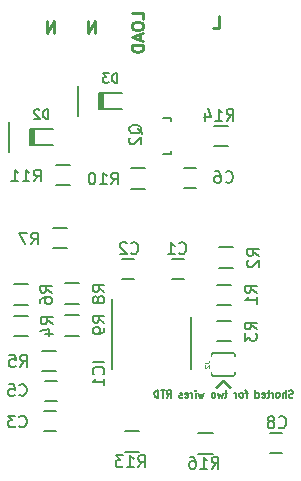
<source format=gbo>
G04 #@! TF.FileFunction,Legend,Bot*
%FSLAX46Y46*%
G04 Gerber Fmt 4.6, Leading zero omitted, Abs format (unit mm)*
G04 Created by KiCad (PCBNEW 4.0.2+e4-6225~38~ubuntu16.04.1-stable) date Tue 21 Jun 2016 12:08:32 PM HKT*
%MOMM*%
G01*
G04 APERTURE LIST*
%ADD10C,0.100000*%
%ADD11C,0.250000*%
%ADD12C,0.150000*%
%ADD13C,0.203200*%
%ADD14C,0.032512*%
G04 APERTURE END LIST*
D10*
D11*
X21280476Y38981119D02*
X21756667Y38981119D01*
X21756667Y39981119D01*
X11271214Y38536619D02*
X11271214Y39536619D01*
X10699785Y38536619D01*
X10699785Y39536619D01*
X7778714Y38536619D02*
X7778714Y39536619D01*
X7207285Y38536619D01*
X7207285Y39536619D01*
X15374881Y39750857D02*
X15374881Y40227048D01*
X14374881Y40227048D01*
X14374881Y39227048D02*
X14374881Y39036571D01*
X14422500Y38941333D01*
X14517738Y38846095D01*
X14708214Y38798476D01*
X15041548Y38798476D01*
X15232024Y38846095D01*
X15327262Y38941333D01*
X15374881Y39036571D01*
X15374881Y39227048D01*
X15327262Y39322286D01*
X15232024Y39417524D01*
X15041548Y39465143D01*
X14708214Y39465143D01*
X14517738Y39417524D01*
X14422500Y39322286D01*
X14374881Y39227048D01*
X15089167Y38417524D02*
X15089167Y37941333D01*
X15374881Y38512762D02*
X14374881Y38179429D01*
X15374881Y37846095D01*
X15374881Y37512762D02*
X14374881Y37512762D01*
X14374881Y37274667D01*
X14422500Y37131809D01*
X14517738Y37036571D01*
X14612976Y36988952D01*
X14803452Y36941333D01*
X14946310Y36941333D01*
X15136786Y36988952D01*
X15232024Y37036571D01*
X15327262Y37131809D01*
X15374881Y37274667D01*
X15374881Y37512762D01*
X22669429Y8596143D02*
X22098000Y9024714D01*
X21526572Y8596143D01*
D12*
X28032928Y7694643D02*
X27947214Y7666071D01*
X27804357Y7666071D01*
X27747214Y7694643D01*
X27718643Y7723214D01*
X27690071Y7780357D01*
X27690071Y7837500D01*
X27718643Y7894643D01*
X27747214Y7923214D01*
X27804357Y7951786D01*
X27918643Y7980357D01*
X27975785Y8008929D01*
X28004357Y8037500D01*
X28032928Y8094643D01*
X28032928Y8151786D01*
X28004357Y8208929D01*
X27975785Y8237500D01*
X27918643Y8266071D01*
X27775785Y8266071D01*
X27690071Y8237500D01*
X27432928Y7666071D02*
X27432928Y8266071D01*
X27175785Y7666071D02*
X27175785Y7980357D01*
X27204356Y8037500D01*
X27261499Y8066071D01*
X27347214Y8066071D01*
X27404356Y8037500D01*
X27432928Y8008929D01*
X26804357Y7666071D02*
X26861499Y7694643D01*
X26890071Y7723214D01*
X26918642Y7780357D01*
X26918642Y7951786D01*
X26890071Y8008929D01*
X26861499Y8037500D01*
X26804357Y8066071D01*
X26718642Y8066071D01*
X26661499Y8037500D01*
X26632928Y8008929D01*
X26604357Y7951786D01*
X26604357Y7780357D01*
X26632928Y7723214D01*
X26661499Y7694643D01*
X26718642Y7666071D01*
X26804357Y7666071D01*
X26347214Y7666071D02*
X26347214Y8066071D01*
X26347214Y7951786D02*
X26318642Y8008929D01*
X26290071Y8037500D01*
X26232928Y8066071D01*
X26175785Y8066071D01*
X26061499Y8066071D02*
X25832928Y8066071D01*
X25975785Y8266071D02*
X25975785Y7751786D01*
X25947213Y7694643D01*
X25890071Y7666071D01*
X25832928Y7666071D01*
X25404356Y7694643D02*
X25461499Y7666071D01*
X25575785Y7666071D01*
X25632928Y7694643D01*
X25661499Y7751786D01*
X25661499Y7980357D01*
X25632928Y8037500D01*
X25575785Y8066071D01*
X25461499Y8066071D01*
X25404356Y8037500D01*
X25375785Y7980357D01*
X25375785Y7923214D01*
X25661499Y7866071D01*
X24861499Y7666071D02*
X24861499Y8266071D01*
X24861499Y7694643D02*
X24918642Y7666071D01*
X25032928Y7666071D01*
X25090070Y7694643D01*
X25118642Y7723214D01*
X25147213Y7780357D01*
X25147213Y7951786D01*
X25118642Y8008929D01*
X25090070Y8037500D01*
X25032928Y8066071D01*
X24918642Y8066071D01*
X24861499Y8037500D01*
X24204356Y8066071D02*
X23975785Y8066071D01*
X24118642Y7666071D02*
X24118642Y8180357D01*
X24090070Y8237500D01*
X24032928Y8266071D01*
X23975785Y8266071D01*
X23690071Y7666071D02*
X23747213Y7694643D01*
X23775785Y7723214D01*
X23804356Y7780357D01*
X23804356Y7951786D01*
X23775785Y8008929D01*
X23747213Y8037500D01*
X23690071Y8066071D01*
X23604356Y8066071D01*
X23547213Y8037500D01*
X23518642Y8008929D01*
X23490071Y7951786D01*
X23490071Y7780357D01*
X23518642Y7723214D01*
X23547213Y7694643D01*
X23604356Y7666071D01*
X23690071Y7666071D01*
X23232928Y7666071D02*
X23232928Y8066071D01*
X23232928Y7951786D02*
X23204356Y8008929D01*
X23175785Y8037500D01*
X23118642Y8066071D01*
X23061499Y8066071D01*
X22490070Y8066071D02*
X22261499Y8066071D01*
X22404356Y8266071D02*
X22404356Y7751786D01*
X22375784Y7694643D01*
X22318642Y7666071D01*
X22261499Y7666071D01*
X22118642Y8066071D02*
X22004356Y7666071D01*
X21890070Y7951786D01*
X21775785Y7666071D01*
X21661499Y8066071D01*
X21347214Y7666071D02*
X21404356Y7694643D01*
X21432928Y7723214D01*
X21461499Y7780357D01*
X21461499Y7951786D01*
X21432928Y8008929D01*
X21404356Y8037500D01*
X21347214Y8066071D01*
X21261499Y8066071D01*
X21204356Y8037500D01*
X21175785Y8008929D01*
X21147214Y7951786D01*
X21147214Y7780357D01*
X21175785Y7723214D01*
X21204356Y7694643D01*
X21261499Y7666071D01*
X21347214Y7666071D01*
X20490071Y8066071D02*
X20375785Y7666071D01*
X20261499Y7951786D01*
X20147214Y7666071D01*
X20032928Y8066071D01*
X19804357Y7666071D02*
X19804357Y8066071D01*
X19804357Y8266071D02*
X19832928Y8237500D01*
X19804357Y8208929D01*
X19775785Y8237500D01*
X19804357Y8266071D01*
X19804357Y8208929D01*
X19518643Y7666071D02*
X19518643Y8066071D01*
X19518643Y7951786D02*
X19490071Y8008929D01*
X19461500Y8037500D01*
X19404357Y8066071D01*
X19347214Y8066071D01*
X18918642Y7694643D02*
X18975785Y7666071D01*
X19090071Y7666071D01*
X19147214Y7694643D01*
X19175785Y7751786D01*
X19175785Y7980357D01*
X19147214Y8037500D01*
X19090071Y8066071D01*
X18975785Y8066071D01*
X18918642Y8037500D01*
X18890071Y7980357D01*
X18890071Y7923214D01*
X19175785Y7866071D01*
X18661499Y7694643D02*
X18604356Y7666071D01*
X18490071Y7666071D01*
X18432928Y7694643D01*
X18404356Y7751786D01*
X18404356Y7780357D01*
X18432928Y7837500D01*
X18490071Y7866071D01*
X18575785Y7866071D01*
X18632928Y7894643D01*
X18661499Y7951786D01*
X18661499Y7980357D01*
X18632928Y8037500D01*
X18575785Y8066071D01*
X18490071Y8066071D01*
X18432928Y8037500D01*
X17347214Y7666071D02*
X17547214Y7951786D01*
X17690071Y7666071D02*
X17690071Y8266071D01*
X17461499Y8266071D01*
X17404357Y8237500D01*
X17375785Y8208929D01*
X17347214Y8151786D01*
X17347214Y8066071D01*
X17375785Y8008929D01*
X17404357Y7980357D01*
X17461499Y7951786D01*
X17690071Y7951786D01*
X17175785Y8266071D02*
X16832928Y8266071D01*
X17004357Y7666071D02*
X17004357Y8266071D01*
X16632928Y7666071D02*
X16632928Y8266071D01*
X16490071Y8266071D01*
X16404356Y8237500D01*
X16347214Y8180357D01*
X16318642Y8123214D01*
X16290071Y8008929D01*
X16290071Y7923214D01*
X16318642Y7808929D01*
X16347214Y7751786D01*
X16404356Y7694643D01*
X16490071Y7666071D01*
X16632928Y7666071D01*
X17788000Y19392000D02*
X18788000Y19392000D01*
X18788000Y17692000D02*
X17788000Y17692000D01*
X13597000Y19392000D02*
X14597000Y19392000D01*
X14597000Y17692000D02*
X13597000Y17692000D01*
X8018000Y7405000D02*
X7018000Y7405000D01*
X7018000Y9105000D02*
X8018000Y9105000D01*
X6993000Y6539600D02*
X7993000Y6539600D01*
X7993000Y4839600D02*
X6993000Y4839600D01*
X19829000Y25413600D02*
X18829000Y25413600D01*
X18829000Y27113600D02*
X19829000Y27113600D01*
X27119000Y2935000D02*
X26119000Y2935000D01*
X26119000Y4635000D02*
X27119000Y4635000D01*
X3981000Y30968000D02*
X3981000Y28468000D01*
X5731000Y30368000D02*
X5731000Y29068000D01*
X6131000Y29068000D02*
X6131000Y30368000D01*
X5931000Y30368000D02*
X5931000Y29068000D01*
X7731000Y30368000D02*
X5731000Y30368000D01*
X5731000Y29068000D02*
X7731000Y29068000D01*
X9823000Y34016000D02*
X9823000Y31516000D01*
X11573000Y33416000D02*
X11573000Y32116000D01*
X11973000Y32116000D02*
X11973000Y33416000D01*
X11773000Y33416000D02*
X11773000Y32116000D01*
X13573000Y33416000D02*
X11573000Y33416000D01*
X11573000Y32116000D02*
X13573000Y32116000D01*
X19428000Y14518600D02*
X19428000Y10068600D01*
X12678000Y16043600D02*
X12678000Y10068600D01*
D13*
X22923000Y11464800D02*
X21323000Y11464800D01*
X23123000Y9764800D02*
G75*
G02X22923000Y9464800I-250000J-50000D01*
G01*
X21323000Y9464800D02*
G75*
G02X21123000Y9764800I50000J250000D01*
G01*
X21323000Y11464800D02*
G75*
G03X21123000Y11164800I50000J-250000D01*
G01*
X23123000Y11164800D02*
G75*
G03X22923000Y11464800I-250000J50000D01*
G01*
X21323000Y9464800D02*
X22923000Y9464800D01*
D12*
X17744240Y31093360D02*
X17744240Y31045100D01*
X17043200Y28294380D02*
X17744240Y28294380D01*
X17744240Y28294380D02*
X17744240Y28543300D01*
X17744240Y31093360D02*
X17744240Y31294020D01*
X17744240Y31294020D02*
X17043200Y31294020D01*
X22800000Y17207200D02*
X21600000Y17207200D01*
X21600000Y15457200D02*
X22800000Y15457200D01*
X22952000Y20407600D02*
X21752000Y20407600D01*
X21752000Y18657600D02*
X22952000Y18657600D01*
X22800000Y14159200D02*
X21600000Y14159200D01*
X21600000Y12409200D02*
X22800000Y12409200D01*
X4416000Y12841000D02*
X5616000Y12841000D01*
X5616000Y14591000D02*
X4416000Y14591000D01*
X6791000Y9869200D02*
X7991000Y9869200D01*
X7991000Y11619200D02*
X6791000Y11619200D01*
X4416000Y15508000D02*
X5616000Y15508000D01*
X5616000Y17258000D02*
X4416000Y17258000D01*
X8906000Y22033200D02*
X7706000Y22033200D01*
X7706000Y20283200D02*
X8906000Y20283200D01*
X8734000Y15571500D02*
X9934000Y15571500D01*
X9934000Y17321500D02*
X8734000Y17321500D01*
X9934000Y14654500D02*
X8734000Y14654500D01*
X8734000Y12904500D02*
X9934000Y12904500D01*
X14284000Y25337800D02*
X15484000Y25337800D01*
X15484000Y27087800D02*
X14284000Y27087800D01*
X9134000Y27392600D02*
X7934000Y27392600D01*
X7934000Y25642600D02*
X9134000Y25642600D01*
X13776000Y3062000D02*
X14976000Y3062000D01*
X14976000Y4812000D02*
X13776000Y4812000D01*
X22520000Y30669200D02*
X21320000Y30669200D01*
X21320000Y28919200D02*
X22520000Y28919200D01*
X21225000Y4660000D02*
X20025000Y4660000D01*
X20025000Y2910000D02*
X21225000Y2910000D01*
X18391166Y19899357D02*
X18438785Y19851738D01*
X18581642Y19804119D01*
X18676880Y19804119D01*
X18819738Y19851738D01*
X18914976Y19946976D01*
X18962595Y20042214D01*
X19010214Y20232690D01*
X19010214Y20375548D01*
X18962595Y20566024D01*
X18914976Y20661262D01*
X18819738Y20756500D01*
X18676880Y20804119D01*
X18581642Y20804119D01*
X18438785Y20756500D01*
X18391166Y20708881D01*
X17438785Y19804119D02*
X18010214Y19804119D01*
X17724500Y19804119D02*
X17724500Y20804119D01*
X17819738Y20661262D01*
X17914976Y20566024D01*
X18010214Y20518405D01*
X14327166Y19899357D02*
X14374785Y19851738D01*
X14517642Y19804119D01*
X14612880Y19804119D01*
X14755738Y19851738D01*
X14850976Y19946976D01*
X14898595Y20042214D01*
X14946214Y20232690D01*
X14946214Y20375548D01*
X14898595Y20566024D01*
X14850976Y20661262D01*
X14755738Y20756500D01*
X14612880Y20804119D01*
X14517642Y20804119D01*
X14374785Y20756500D01*
X14327166Y20708881D01*
X13946214Y20708881D02*
X13898595Y20756500D01*
X13803357Y20804119D01*
X13565261Y20804119D01*
X13470023Y20756500D01*
X13422404Y20708881D01*
X13374785Y20613643D01*
X13374785Y20518405D01*
X13422404Y20375548D01*
X13993833Y19804119D01*
X13374785Y19804119D01*
X4865666Y5230857D02*
X4913285Y5183238D01*
X5056142Y5135619D01*
X5151380Y5135619D01*
X5294238Y5183238D01*
X5389476Y5278476D01*
X5437095Y5373714D01*
X5484714Y5564190D01*
X5484714Y5707048D01*
X5437095Y5897524D01*
X5389476Y5992762D01*
X5294238Y6088000D01*
X5151380Y6135619D01*
X5056142Y6135619D01*
X4913285Y6088000D01*
X4865666Y6040381D01*
X4532333Y6135619D02*
X3913285Y6135619D01*
X4246619Y5754667D01*
X4103761Y5754667D01*
X4008523Y5707048D01*
X3960904Y5659429D01*
X3913285Y5564190D01*
X3913285Y5326095D01*
X3960904Y5230857D01*
X4008523Y5183238D01*
X4103761Y5135619D01*
X4389476Y5135619D01*
X4484714Y5183238D01*
X4532333Y5230857D01*
X4865666Y7897857D02*
X4913285Y7850238D01*
X5056142Y7802619D01*
X5151380Y7802619D01*
X5294238Y7850238D01*
X5389476Y7945476D01*
X5437095Y8040714D01*
X5484714Y8231190D01*
X5484714Y8374048D01*
X5437095Y8564524D01*
X5389476Y8659762D01*
X5294238Y8755000D01*
X5151380Y8802619D01*
X5056142Y8802619D01*
X4913285Y8755000D01*
X4865666Y8707381D01*
X3960904Y8802619D02*
X4437095Y8802619D01*
X4484714Y8326429D01*
X4437095Y8374048D01*
X4341857Y8421667D01*
X4103761Y8421667D01*
X4008523Y8374048D01*
X3960904Y8326429D01*
X3913285Y8231190D01*
X3913285Y7993095D01*
X3960904Y7897857D01*
X4008523Y7850238D01*
X4103761Y7802619D01*
X4341857Y7802619D01*
X4437095Y7850238D01*
X4484714Y7897857D01*
X22328166Y25931857D02*
X22375785Y25884238D01*
X22518642Y25836619D01*
X22613880Y25836619D01*
X22756738Y25884238D01*
X22851976Y25979476D01*
X22899595Y26074714D01*
X22947214Y26265190D01*
X22947214Y26408048D01*
X22899595Y26598524D01*
X22851976Y26693762D01*
X22756738Y26789000D01*
X22613880Y26836619D01*
X22518642Y26836619D01*
X22375785Y26789000D01*
X22328166Y26741381D01*
X21471023Y26836619D02*
X21661500Y26836619D01*
X21756738Y26789000D01*
X21804357Y26741381D01*
X21899595Y26598524D01*
X21947214Y26408048D01*
X21947214Y26027095D01*
X21899595Y25931857D01*
X21851976Y25884238D01*
X21756738Y25836619D01*
X21566261Y25836619D01*
X21471023Y25884238D01*
X21423404Y25931857D01*
X21375785Y26027095D01*
X21375785Y26265190D01*
X21423404Y26360429D01*
X21471023Y26408048D01*
X21566261Y26455667D01*
X21756738Y26455667D01*
X21851976Y26408048D01*
X21899595Y26360429D01*
X21947214Y26265190D01*
X26836666Y5167357D02*
X26884285Y5119738D01*
X27027142Y5072119D01*
X27122380Y5072119D01*
X27265238Y5119738D01*
X27360476Y5214976D01*
X27408095Y5310214D01*
X27455714Y5500690D01*
X27455714Y5643548D01*
X27408095Y5834024D01*
X27360476Y5929262D01*
X27265238Y6024500D01*
X27122380Y6072119D01*
X27027142Y6072119D01*
X26884285Y6024500D01*
X26836666Y5976881D01*
X26265238Y5643548D02*
X26360476Y5691167D01*
X26408095Y5738786D01*
X26455714Y5834024D01*
X26455714Y5881643D01*
X26408095Y5976881D01*
X26360476Y6024500D01*
X26265238Y6072119D01*
X26074761Y6072119D01*
X25979523Y6024500D01*
X25931904Y5976881D01*
X25884285Y5881643D01*
X25884285Y5834024D01*
X25931904Y5738786D01*
X25979523Y5691167D01*
X26074761Y5643548D01*
X26265238Y5643548D01*
X26360476Y5595929D01*
X26408095Y5548310D01*
X26455714Y5453071D01*
X26455714Y5262595D01*
X26408095Y5167357D01*
X26360476Y5119738D01*
X26265238Y5072119D01*
X26074761Y5072119D01*
X25979523Y5119738D01*
X25931904Y5167357D01*
X25884285Y5262595D01*
X25884285Y5453071D01*
X25931904Y5548310D01*
X25979523Y5595929D01*
X26074761Y5643548D01*
X7321476Y31261095D02*
X7321476Y32061095D01*
X7131000Y32061095D01*
X7016714Y32023000D01*
X6940523Y31946810D01*
X6902428Y31870619D01*
X6864333Y31718238D01*
X6864333Y31603952D01*
X6902428Y31451571D01*
X6940523Y31375381D01*
X7016714Y31299190D01*
X7131000Y31261095D01*
X7321476Y31261095D01*
X6559571Y31984905D02*
X6521476Y32023000D01*
X6445285Y32061095D01*
X6254809Y32061095D01*
X6178619Y32023000D01*
X6140523Y31984905D01*
X6102428Y31908714D01*
X6102428Y31832524D01*
X6140523Y31718238D01*
X6597666Y31261095D01*
X6102428Y31261095D01*
X13163476Y34309095D02*
X13163476Y35109095D01*
X12973000Y35109095D01*
X12858714Y35071000D01*
X12782523Y34994810D01*
X12744428Y34918619D01*
X12706333Y34766238D01*
X12706333Y34651952D01*
X12744428Y34499571D01*
X12782523Y34423381D01*
X12858714Y34347190D01*
X12973000Y34309095D01*
X13163476Y34309095D01*
X12439666Y35109095D02*
X11944428Y35109095D01*
X12211095Y34804333D01*
X12096809Y34804333D01*
X12020619Y34766238D01*
X11982523Y34728143D01*
X11944428Y34651952D01*
X11944428Y34461476D01*
X11982523Y34385286D01*
X12020619Y34347190D01*
X12096809Y34309095D01*
X12325381Y34309095D01*
X12401571Y34347190D01*
X12439666Y34385286D01*
X12072881Y10691690D02*
X11072881Y10691690D01*
X11977643Y9644071D02*
X12025262Y9691690D01*
X12072881Y9834547D01*
X12072881Y9929785D01*
X12025262Y10072643D01*
X11930024Y10167881D01*
X11834786Y10215500D01*
X11644310Y10263119D01*
X11501452Y10263119D01*
X11310976Y10215500D01*
X11215738Y10167881D01*
X11120500Y10072643D01*
X11072881Y9929785D01*
X11072881Y9834547D01*
X11120500Y9691690D01*
X11168119Y9644071D01*
X12072881Y8691690D02*
X12072881Y9263119D01*
X12072881Y8977405D02*
X11072881Y8977405D01*
X11215738Y9072643D01*
X11310976Y9167881D01*
X11358595Y9263119D01*
D14*
X20550535Y10592768D02*
X20826307Y10592768D01*
X20881461Y10611152D01*
X20918230Y10647922D01*
X20936615Y10703076D01*
X20936615Y10739846D01*
X20587305Y10427305D02*
X20568920Y10408920D01*
X20550535Y10372151D01*
X20550535Y10280227D01*
X20568920Y10243457D01*
X20587305Y10225073D01*
X20624074Y10206688D01*
X20660844Y10206688D01*
X20715998Y10225073D01*
X20936615Y10445690D01*
X20936615Y10206688D01*
D12*
X15279619Y30003738D02*
X15232000Y30098976D01*
X15136762Y30194214D01*
X14993905Y30337071D01*
X14946286Y30432310D01*
X14946286Y30527548D01*
X15184381Y30479929D02*
X15136762Y30575167D01*
X15041524Y30670405D01*
X14851048Y30718024D01*
X14517714Y30718024D01*
X14327238Y30670405D01*
X14232000Y30575167D01*
X14184381Y30479929D01*
X14184381Y30289452D01*
X14232000Y30194214D01*
X14327238Y30098976D01*
X14517714Y30051357D01*
X14851048Y30051357D01*
X15041524Y30098976D01*
X15136762Y30194214D01*
X15184381Y30289452D01*
X15184381Y30479929D01*
X14279619Y29670405D02*
X14232000Y29622786D01*
X14184381Y29527548D01*
X14184381Y29289452D01*
X14232000Y29194214D01*
X14279619Y29146595D01*
X14374857Y29098976D01*
X14470095Y29098976D01*
X14612952Y29146595D01*
X15184381Y29718024D01*
X15184381Y29098976D01*
X24963381Y16549666D02*
X24487190Y16883000D01*
X24963381Y17121095D02*
X23963381Y17121095D01*
X23963381Y16740142D01*
X24011000Y16644904D01*
X24058619Y16597285D01*
X24153857Y16549666D01*
X24296714Y16549666D01*
X24391952Y16597285D01*
X24439571Y16644904D01*
X24487190Y16740142D01*
X24487190Y17121095D01*
X24963381Y15597285D02*
X24963381Y16168714D01*
X24963381Y15883000D02*
X23963381Y15883000D01*
X24106238Y15978238D01*
X24201476Y16073476D01*
X24249095Y16168714D01*
X25153881Y19661166D02*
X24677690Y19994500D01*
X25153881Y20232595D02*
X24153881Y20232595D01*
X24153881Y19851642D01*
X24201500Y19756404D01*
X24249119Y19708785D01*
X24344357Y19661166D01*
X24487214Y19661166D01*
X24582452Y19708785D01*
X24630071Y19756404D01*
X24677690Y19851642D01*
X24677690Y20232595D01*
X24249119Y19280214D02*
X24201500Y19232595D01*
X24153881Y19137357D01*
X24153881Y18899261D01*
X24201500Y18804023D01*
X24249119Y18756404D01*
X24344357Y18708785D01*
X24439595Y18708785D01*
X24582452Y18756404D01*
X25153881Y19327833D01*
X25153881Y18708785D01*
X24963381Y13438166D02*
X24487190Y13771500D01*
X24963381Y14009595D02*
X23963381Y14009595D01*
X23963381Y13628642D01*
X24011000Y13533404D01*
X24058619Y13485785D01*
X24153857Y13438166D01*
X24296714Y13438166D01*
X24391952Y13485785D01*
X24439571Y13533404D01*
X24487190Y13628642D01*
X24487190Y14009595D01*
X23963381Y13104833D02*
X23963381Y12485785D01*
X24344333Y12819119D01*
X24344333Y12676261D01*
X24391952Y12581023D01*
X24439571Y12533404D01*
X24534810Y12485785D01*
X24772905Y12485785D01*
X24868143Y12533404D01*
X24915762Y12581023D01*
X24963381Y12676261D01*
X24963381Y12961976D01*
X24915762Y13057214D01*
X24868143Y13104833D01*
X7691381Y13882666D02*
X7215190Y14216000D01*
X7691381Y14454095D02*
X6691381Y14454095D01*
X6691381Y14073142D01*
X6739000Y13977904D01*
X6786619Y13930285D01*
X6881857Y13882666D01*
X7024714Y13882666D01*
X7119952Y13930285D01*
X7167571Y13977904D01*
X7215190Y14073142D01*
X7215190Y14454095D01*
X7024714Y13025523D02*
X7691381Y13025523D01*
X6643762Y13263619D02*
X7358048Y13501714D01*
X7358048Y12882666D01*
X4929166Y10279119D02*
X5262500Y10755310D01*
X5500595Y10279119D02*
X5500595Y11279119D01*
X5119642Y11279119D01*
X5024404Y11231500D01*
X4976785Y11183881D01*
X4929166Y11088643D01*
X4929166Y10945786D01*
X4976785Y10850548D01*
X5024404Y10802929D01*
X5119642Y10755310D01*
X5500595Y10755310D01*
X4024404Y11279119D02*
X4500595Y11279119D01*
X4548214Y10802929D01*
X4500595Y10850548D01*
X4405357Y10898167D01*
X4167261Y10898167D01*
X4072023Y10850548D01*
X4024404Y10802929D01*
X3976785Y10707690D01*
X3976785Y10469595D01*
X4024404Y10374357D01*
X4072023Y10326738D01*
X4167261Y10279119D01*
X4405357Y10279119D01*
X4500595Y10326738D01*
X4548214Y10374357D01*
X7627881Y16549666D02*
X7151690Y16883000D01*
X7627881Y17121095D02*
X6627881Y17121095D01*
X6627881Y16740142D01*
X6675500Y16644904D01*
X6723119Y16597285D01*
X6818357Y16549666D01*
X6961214Y16549666D01*
X7056452Y16597285D01*
X7104071Y16644904D01*
X7151690Y16740142D01*
X7151690Y17121095D01*
X6627881Y15692523D02*
X6627881Y15883000D01*
X6675500Y15978238D01*
X6723119Y16025857D01*
X6865976Y16121095D01*
X7056452Y16168714D01*
X7437405Y16168714D01*
X7532643Y16121095D01*
X7580262Y16073476D01*
X7627881Y15978238D01*
X7627881Y15787761D01*
X7580262Y15692523D01*
X7532643Y15644904D01*
X7437405Y15597285D01*
X7199310Y15597285D01*
X7104071Y15644904D01*
X7056452Y15692523D01*
X7008833Y15787761D01*
X7008833Y15978238D01*
X7056452Y16073476D01*
X7104071Y16121095D01*
X7199310Y16168714D01*
X5881666Y20629619D02*
X6215000Y21105810D01*
X6453095Y20629619D02*
X6453095Y21629619D01*
X6072142Y21629619D01*
X5976904Y21582000D01*
X5929285Y21534381D01*
X5881666Y21439143D01*
X5881666Y21296286D01*
X5929285Y21201048D01*
X5976904Y21153429D01*
X6072142Y21105810D01*
X6453095Y21105810D01*
X5548333Y21629619D02*
X4881666Y21629619D01*
X5310238Y20629619D01*
X12072881Y16613166D02*
X11596690Y16946500D01*
X12072881Y17184595D02*
X11072881Y17184595D01*
X11072881Y16803642D01*
X11120500Y16708404D01*
X11168119Y16660785D01*
X11263357Y16613166D01*
X11406214Y16613166D01*
X11501452Y16660785D01*
X11549071Y16708404D01*
X11596690Y16803642D01*
X11596690Y17184595D01*
X11501452Y16041738D02*
X11453833Y16136976D01*
X11406214Y16184595D01*
X11310976Y16232214D01*
X11263357Y16232214D01*
X11168119Y16184595D01*
X11120500Y16136976D01*
X11072881Y16041738D01*
X11072881Y15851261D01*
X11120500Y15756023D01*
X11168119Y15708404D01*
X11263357Y15660785D01*
X11310976Y15660785D01*
X11406214Y15708404D01*
X11453833Y15756023D01*
X11501452Y15851261D01*
X11501452Y16041738D01*
X11549071Y16136976D01*
X11596690Y16184595D01*
X11691929Y16232214D01*
X11882405Y16232214D01*
X11977643Y16184595D01*
X12025262Y16136976D01*
X12072881Y16041738D01*
X12072881Y15851261D01*
X12025262Y15756023D01*
X11977643Y15708404D01*
X11882405Y15660785D01*
X11691929Y15660785D01*
X11596690Y15708404D01*
X11549071Y15756023D01*
X11501452Y15851261D01*
X12072881Y14009666D02*
X11596690Y14343000D01*
X12072881Y14581095D02*
X11072881Y14581095D01*
X11072881Y14200142D01*
X11120500Y14104904D01*
X11168119Y14057285D01*
X11263357Y14009666D01*
X11406214Y14009666D01*
X11501452Y14057285D01*
X11549071Y14104904D01*
X11596690Y14200142D01*
X11596690Y14581095D01*
X12072881Y13533476D02*
X12072881Y13343000D01*
X12025262Y13247761D01*
X11977643Y13200142D01*
X11834786Y13104904D01*
X11644310Y13057285D01*
X11263357Y13057285D01*
X11168119Y13104904D01*
X11120500Y13152523D01*
X11072881Y13247761D01*
X11072881Y13438238D01*
X11120500Y13533476D01*
X11168119Y13581095D01*
X11263357Y13628714D01*
X11501452Y13628714D01*
X11596690Y13581095D01*
X11644310Y13533476D01*
X11691929Y13438238D01*
X11691929Y13247761D01*
X11644310Y13152523D01*
X11596690Y13104904D01*
X11501452Y13057285D01*
X12644357Y25709619D02*
X12977691Y26185810D01*
X13215786Y25709619D02*
X13215786Y26709619D01*
X12834833Y26709619D01*
X12739595Y26662000D01*
X12691976Y26614381D01*
X12644357Y26519143D01*
X12644357Y26376286D01*
X12691976Y26281048D01*
X12739595Y26233429D01*
X12834833Y26185810D01*
X13215786Y26185810D01*
X11691976Y25709619D02*
X12263405Y25709619D01*
X11977691Y25709619D02*
X11977691Y26709619D01*
X12072929Y26566762D01*
X12168167Y26471524D01*
X12263405Y26423905D01*
X11072929Y26709619D02*
X10977690Y26709619D01*
X10882452Y26662000D01*
X10834833Y26614381D01*
X10787214Y26519143D01*
X10739595Y26328667D01*
X10739595Y26090571D01*
X10787214Y25900095D01*
X10834833Y25804857D01*
X10882452Y25757238D01*
X10977690Y25709619D01*
X11072929Y25709619D01*
X11168167Y25757238D01*
X11215786Y25804857D01*
X11263405Y25900095D01*
X11311024Y26090571D01*
X11311024Y26328667D01*
X11263405Y26519143D01*
X11215786Y26614381D01*
X11168167Y26662000D01*
X11072929Y26709619D01*
X6103857Y25963619D02*
X6437191Y26439810D01*
X6675286Y25963619D02*
X6675286Y26963619D01*
X6294333Y26963619D01*
X6199095Y26916000D01*
X6151476Y26868381D01*
X6103857Y26773143D01*
X6103857Y26630286D01*
X6151476Y26535048D01*
X6199095Y26487429D01*
X6294333Y26439810D01*
X6675286Y26439810D01*
X5151476Y25963619D02*
X5722905Y25963619D01*
X5437191Y25963619D02*
X5437191Y26963619D01*
X5532429Y26820762D01*
X5627667Y26725524D01*
X5722905Y26677905D01*
X4199095Y25963619D02*
X4770524Y25963619D01*
X4484810Y25963619D02*
X4484810Y26963619D01*
X4580048Y26820762D01*
X4675286Y26725524D01*
X4770524Y26677905D01*
X14930357Y1770119D02*
X15263691Y2246310D01*
X15501786Y1770119D02*
X15501786Y2770119D01*
X15120833Y2770119D01*
X15025595Y2722500D01*
X14977976Y2674881D01*
X14930357Y2579643D01*
X14930357Y2436786D01*
X14977976Y2341548D01*
X15025595Y2293929D01*
X15120833Y2246310D01*
X15501786Y2246310D01*
X13977976Y1770119D02*
X14549405Y1770119D01*
X14263691Y1770119D02*
X14263691Y2770119D01*
X14358929Y2627262D01*
X14454167Y2532024D01*
X14549405Y2484405D01*
X13644643Y2770119D02*
X13025595Y2770119D01*
X13358929Y2389167D01*
X13216071Y2389167D01*
X13120833Y2341548D01*
X13073214Y2293929D01*
X13025595Y2198690D01*
X13025595Y1960595D01*
X13073214Y1865357D01*
X13120833Y1817738D01*
X13216071Y1770119D01*
X13501786Y1770119D01*
X13597024Y1817738D01*
X13644643Y1865357D01*
X22423357Y31107119D02*
X22756691Y31583310D01*
X22994786Y31107119D02*
X22994786Y32107119D01*
X22613833Y32107119D01*
X22518595Y32059500D01*
X22470976Y32011881D01*
X22423357Y31916643D01*
X22423357Y31773786D01*
X22470976Y31678548D01*
X22518595Y31630929D01*
X22613833Y31583310D01*
X22994786Y31583310D01*
X21470976Y31107119D02*
X22042405Y31107119D01*
X21756691Y31107119D02*
X21756691Y32107119D01*
X21851929Y31964262D01*
X21947167Y31869024D01*
X22042405Y31821405D01*
X20613833Y31773786D02*
X20613833Y31107119D01*
X20851929Y32154738D02*
X21090024Y31440452D01*
X20470976Y31440452D01*
X21153357Y1643119D02*
X21486691Y2119310D01*
X21724786Y1643119D02*
X21724786Y2643119D01*
X21343833Y2643119D01*
X21248595Y2595500D01*
X21200976Y2547881D01*
X21153357Y2452643D01*
X21153357Y2309786D01*
X21200976Y2214548D01*
X21248595Y2166929D01*
X21343833Y2119310D01*
X21724786Y2119310D01*
X20200976Y1643119D02*
X20772405Y1643119D01*
X20486691Y1643119D02*
X20486691Y2643119D01*
X20581929Y2500262D01*
X20677167Y2405024D01*
X20772405Y2357405D01*
X19343833Y2643119D02*
X19534310Y2643119D01*
X19629548Y2595500D01*
X19677167Y2547881D01*
X19772405Y2405024D01*
X19820024Y2214548D01*
X19820024Y1833595D01*
X19772405Y1738357D01*
X19724786Y1690738D01*
X19629548Y1643119D01*
X19439071Y1643119D01*
X19343833Y1690738D01*
X19296214Y1738357D01*
X19248595Y1833595D01*
X19248595Y2071690D01*
X19296214Y2166929D01*
X19343833Y2214548D01*
X19439071Y2262167D01*
X19629548Y2262167D01*
X19724786Y2214548D01*
X19772405Y2166929D01*
X19820024Y2071690D01*
M02*

</source>
